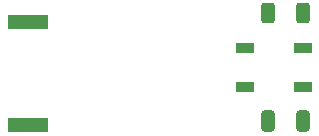
<source format=gbr>
%TF.GenerationSoftware,KiCad,Pcbnew,7.0.9-7.0.9~ubuntu22.04.1*%
%TF.CreationDate,2023-12-10T21:51:41+01:00*%
%TF.ProjectId,cat_scale,6361745f-7363-4616-9c65-2e6b69636164,rev?*%
%TF.SameCoordinates,Original*%
%TF.FileFunction,Paste,Top*%
%TF.FilePolarity,Positive*%
%FSLAX46Y46*%
G04 Gerber Fmt 4.6, Leading zero omitted, Abs format (unit mm)*
G04 Created by KiCad (PCBNEW 7.0.9-7.0.9~ubuntu22.04.1) date 2023-12-10 21:51:41*
%MOMM*%
%LPD*%
G01*
G04 APERTURE LIST*
G04 Aperture macros list*
%AMRoundRect*
0 Rectangle with rounded corners*
0 $1 Rounding radius*
0 $2 $3 $4 $5 $6 $7 $8 $9 X,Y pos of 4 corners*
0 Add a 4 corners polygon primitive as box body*
4,1,4,$2,$3,$4,$5,$6,$7,$8,$9,$2,$3,0*
0 Add four circle primitives for the rounded corners*
1,1,$1+$1,$2,$3*
1,1,$1+$1,$4,$5*
1,1,$1+$1,$6,$7*
1,1,$1+$1,$8,$9*
0 Add four rect primitives between the rounded corners*
20,1,$1+$1,$2,$3,$4,$5,0*
20,1,$1+$1,$4,$5,$6,$7,0*
20,1,$1+$1,$6,$7,$8,$9,0*
20,1,$1+$1,$8,$9,$2,$3,0*%
G04 Aperture macros list end*
%ADD10R,3.400000X1.300000*%
%ADD11RoundRect,0.250000X0.312500X0.625000X-0.312500X0.625000X-0.312500X-0.625000X0.312500X-0.625000X0*%
%ADD12R,1.500000X0.900000*%
%ADD13RoundRect,0.250000X-0.325000X-0.650000X0.325000X-0.650000X0.325000X0.650000X-0.325000X0.650000X0*%
G04 APERTURE END LIST*
D10*
%TO.C,BZ1*%
X148590000Y-97346000D03*
X148590000Y-88646000D03*
%TD*%
D11*
%TO.C,R10*%
X171896500Y-87884000D03*
X168971500Y-87884000D03*
%TD*%
D12*
%TO.C,D3*%
X166968000Y-90806000D03*
X166968000Y-94106000D03*
X171868000Y-94106000D03*
X171868000Y-90806000D03*
%TD*%
D13*
%TO.C,C11*%
X168959000Y-97028000D03*
X171909000Y-97028000D03*
%TD*%
M02*

</source>
